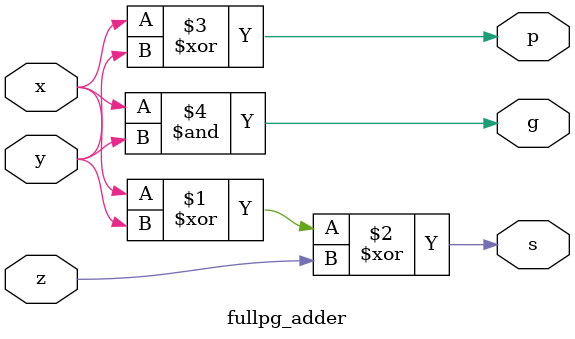
<source format=sv>
module fullpg_adder(input x, y, z,
						output s, p, g);
						
		assign s = x^y^z;
		assign p = x^y;
		assign g = x&y;
endmodule 
</source>
